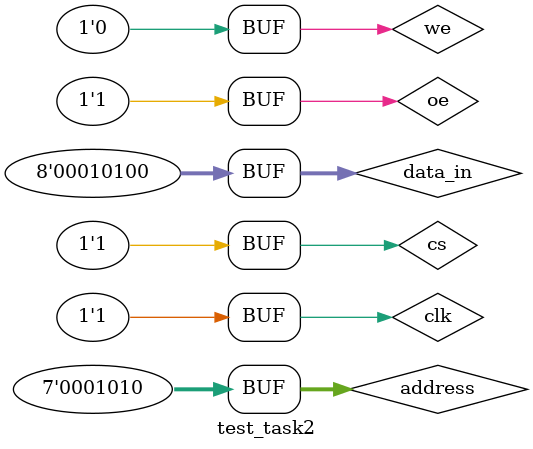
<source format=v>
`timescale 1ns / 1ps


module test_task2;

	// Inputs
	reg clk;
	reg oe;
	reg cs;
	reg we;
	reg [6:0] address;
	reg [7:0] data_in;

	// Outputs
	wire [7:0] data_out;

	// Instantiate the Unit Under Test (UUT)
	task02 uut (
		.clk(clk), 
		.oe(oe), 
		.cs(cs), 
		.we(we), 
		.address(address), 
		.data_in(data_in), 
		.data_out(data_out)
	);

	initial begin
		// Initialize Inputs
		clk = 0;
		oe = 0;
		cs = 1;
		we = 0;
		address = 0;
		data_in = 0;

		// Wait 100 ns for global reset to finish
		#100;
      
		// Add stimulus here
		#100 
		clk = 1;
		we = 1;
		data_in = 12;
		address = 8'd10;
		#100
		clk = 0;
		
		#100
		clk = 1;
		we = 0; 
		oe = 1;
		address = 8'd10;
		
		#100 clk = 0;
		
		#100
		clk = 1;
		we = 1;
		oe = 0;
		address = 8'd10;
		data_in = 20;
		
		#100
		clk = 0;
		
		#100
		clk = 1;
		we = 0;
		oe = 1;
		address = 8'd10; 
		
	end
      
endmodule


</source>
